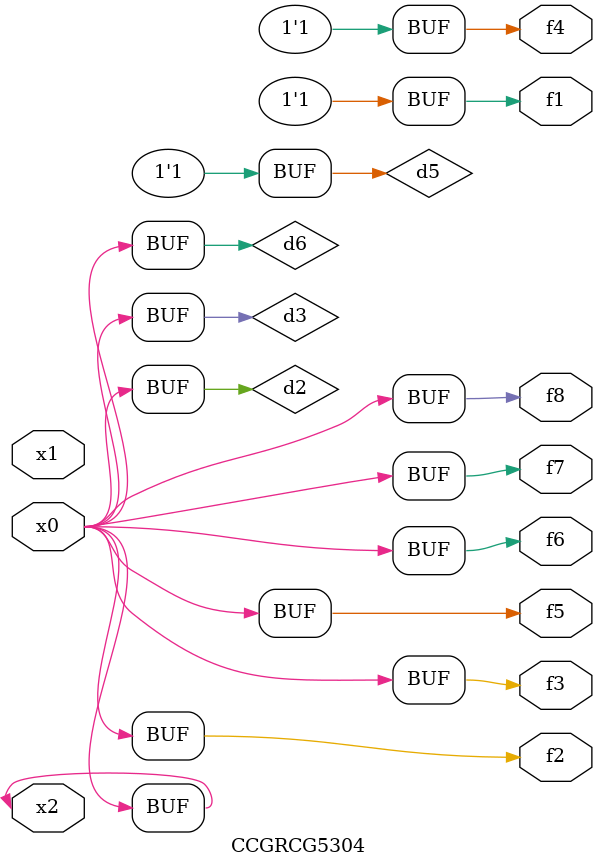
<source format=v>
module CCGRCG5304(
	input x0, x1, x2,
	output f1, f2, f3, f4, f5, f6, f7, f8
);

	wire d1, d2, d3, d4, d5, d6;

	xnor (d1, x2);
	buf (d2, x0, x2);
	and (d3, x0);
	xnor (d4, x1, x2);
	nand (d5, d1, d3);
	buf (d6, d2, d3);
	assign f1 = d5;
	assign f2 = d6;
	assign f3 = d6;
	assign f4 = d5;
	assign f5 = d6;
	assign f6 = d6;
	assign f7 = d6;
	assign f8 = d6;
endmodule

</source>
